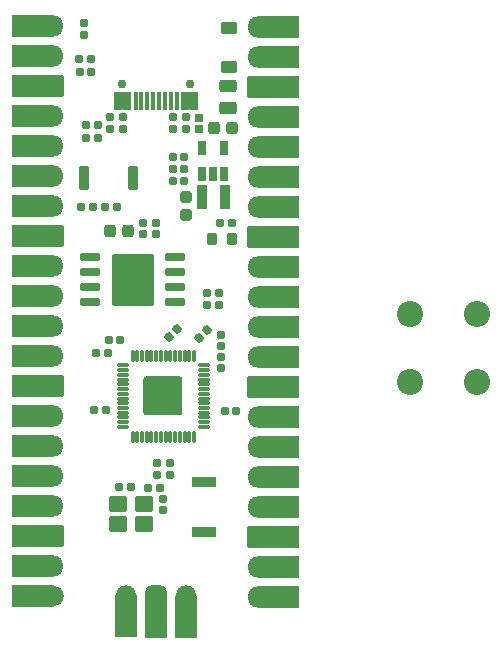
<source format=gbr>
%TF.GenerationSoftware,KiCad,Pcbnew,(6.0.7-1)-1*%
%TF.CreationDate,2022-09-30T15:54:31+08:00*%
%TF.ProjectId,PicoBoot,5069636f-426f-46f7-942e-6b696361645f,REV1*%
%TF.SameCoordinates,Original*%
%TF.FileFunction,Soldermask,Top*%
%TF.FilePolarity,Negative*%
%FSLAX46Y46*%
G04 Gerber Fmt 4.6, Leading zero omitted, Abs format (unit mm)*
G04 Created by KiCad (PCBNEW (6.0.7-1)-1) date 2022-09-30 15:54:31*
%MOMM*%
%LPD*%
G01*
G04 APERTURE LIST*
G04 Aperture macros list*
%AMRoundRect*
0 Rectangle with rounded corners*
0 $1 Rounding radius*
0 $2 $3 $4 $5 $6 $7 $8 $9 X,Y pos of 4 corners*
0 Add a 4 corners polygon primitive as box body*
4,1,4,$2,$3,$4,$5,$6,$7,$8,$9,$2,$3,0*
0 Add four circle primitives for the rounded corners*
1,1,$1+$1,$2,$3*
1,1,$1+$1,$4,$5*
1,1,$1+$1,$6,$7*
1,1,$1+$1,$8,$9*
0 Add four rect primitives between the rounded corners*
20,1,$1+$1,$2,$3,$4,$5,0*
20,1,$1+$1,$4,$5,$6,$7,0*
20,1,$1+$1,$6,$7,$8,$9,0*
20,1,$1+$1,$8,$9,$2,$3,0*%
G04 Aperture macros list end*
%ADD10O,1.802000X1.802000*%
%ADD11RoundRect,0.476000X0.425000X-0.425000X0.425000X0.425000X-0.425000X0.425000X-0.425000X-0.425000X0*%
%ADD12RoundRect,0.269750X0.218750X0.256250X-0.218750X0.256250X-0.218750X-0.256250X0.218750X-0.256250X0*%
%ADD13RoundRect,0.191000X-0.170000X0.140000X-0.170000X-0.140000X0.170000X-0.140000X0.170000X0.140000X0*%
%ADD14RoundRect,0.191000X0.021213X-0.219203X0.219203X-0.021213X-0.021213X0.219203X-0.219203X0.021213X0*%
%ADD15RoundRect,0.191000X0.140000X0.170000X-0.140000X0.170000X-0.140000X-0.170000X0.140000X-0.170000X0*%
%ADD16RoundRect,0.186000X0.135000X0.185000X-0.135000X0.185000X-0.135000X-0.185000X0.135000X-0.185000X0*%
%ADD17RoundRect,0.186000X-0.185000X0.135000X-0.185000X-0.135000X0.185000X-0.135000X0.185000X0.135000X0*%
%ADD18RoundRect,0.191000X-0.140000X-0.170000X0.140000X-0.170000X0.140000X0.170000X-0.140000X0.170000X0*%
%ADD19RoundRect,0.186000X0.185000X-0.135000X0.185000X0.135000X-0.185000X0.135000X-0.185000X-0.135000X0*%
%ADD20RoundRect,0.201000X-0.650000X-0.150000X0.650000X-0.150000X0.650000X0.150000X-0.650000X0.150000X0*%
%ADD21RoundRect,0.191000X0.170000X-0.140000X0.170000X0.140000X-0.170000X0.140000X-0.170000X-0.140000X0*%
%ADD22RoundRect,0.251000X-0.200000X-0.800000X0.200000X-0.800000X0.200000X0.800000X-0.200000X0.800000X0*%
%ADD23RoundRect,0.251000X-0.200000X-0.275000X0.200000X-0.275000X0.200000X0.275000X-0.200000X0.275000X0*%
%ADD24RoundRect,0.051000X0.600000X-0.450000X0.600000X0.450000X-0.600000X0.450000X-0.600000X-0.450000X0*%
%ADD25RoundRect,0.198500X-0.147500X-0.172500X0.147500X-0.172500X0.147500X0.172500X-0.147500X0.172500X0*%
%ADD26RoundRect,0.051000X0.325000X-0.530000X0.325000X0.530000X-0.325000X0.530000X-0.325000X-0.530000X0*%
%ADD27RoundRect,0.051000X-0.700000X-0.600000X0.700000X-0.600000X0.700000X0.600000X-0.700000X0.600000X0*%
%ADD28RoundRect,0.186000X-0.135000X-0.185000X0.135000X-0.185000X0.135000X0.185000X-0.135000X0.185000X0*%
%ADD29RoundRect,0.251000X0.800000X-0.200000X0.800000X0.200000X-0.800000X0.200000X-0.800000X-0.200000X0*%
%ADD30C,0.752000*%
%ADD31RoundRect,0.051000X0.300000X0.725000X-0.300000X0.725000X-0.300000X-0.725000X0.300000X-0.725000X0*%
%ADD32RoundRect,0.051000X0.150000X0.725000X-0.150000X0.725000X-0.150000X-0.725000X0.150000X-0.725000X0*%
%ADD33RoundRect,0.101000X-0.387500X-0.050000X0.387500X-0.050000X0.387500X0.050000X-0.387500X0.050000X0*%
%ADD34RoundRect,0.101000X-0.050000X-0.387500X0.050000X-0.387500X0.050000X0.387500X-0.050000X0.387500X0*%
%ADD35RoundRect,0.195000X-1.456000X-1.456000X1.456000X-1.456000X1.456000X1.456000X-1.456000X1.456000X0*%
%ADD36RoundRect,0.294750X0.456250X-0.243750X0.456250X0.243750X-0.456250X0.243750X-0.456250X-0.243750X0*%
%ADD37C,2.202000*%
%ADD38RoundRect,0.051000X0.850000X-1.750000X0.850000X1.750000X-0.850000X1.750000X-0.850000X-1.750000X0*%
%ADD39RoundRect,0.269750X-0.256250X0.218750X-0.256250X-0.218750X0.256250X-0.218750X0.256250X0.218750X0*%
%ADD40RoundRect,0.198500X0.147500X0.172500X-0.147500X0.172500X-0.147500X-0.172500X0.147500X-0.172500X0*%
%ADD41RoundRect,0.051000X0.400000X1.000000X-0.400000X1.000000X-0.400000X-1.000000X0.400000X-1.000000X0*%
%ADD42RoundRect,0.051000X-0.470000X-0.220000X0.470000X-0.220000X0.470000X0.220000X-0.470000X0.220000X0*%
%ADD43RoundRect,0.051000X-1.700000X-2.150000X1.700000X-2.150000X1.700000X2.150000X-1.700000X2.150000X0*%
%ADD44RoundRect,0.198500X-0.172500X0.147500X-0.172500X-0.147500X0.172500X-0.147500X0.172500X0.147500X0*%
%ADD45RoundRect,0.276000X0.225000X0.250000X-0.225000X0.250000X-0.225000X-0.250000X0.225000X-0.250000X0*%
%ADD46RoundRect,0.051000X1.750000X0.850000X-1.750000X0.850000X-1.750000X-0.850000X1.750000X-0.850000X0*%
%ADD47RoundRect,0.051000X0.850000X0.850000X-0.850000X0.850000X-0.850000X-0.850000X0.850000X-0.850000X0*%
%ADD48C,1.802000*%
%ADD49RoundRect,0.051000X-1.750000X-0.850000X1.750000X-0.850000X1.750000X0.850000X-1.750000X0.850000X0*%
%ADD50RoundRect,0.051000X-0.850000X-0.850000X0.850000X-0.850000X0.850000X0.850000X-0.850000X0.850000X0*%
G04 APERTURE END LIST*
D10*
%TO.C,J5*%
X101100000Y-106900000D03*
D11*
X103640000Y-106900000D03*
D10*
X106180000Y-106900000D03*
%TD*%
D12*
%TO.C,C1*%
X110087500Y-67200000D03*
X108512500Y-67200000D03*
%TD*%
D13*
%TO.C,C6*%
X104850000Y-95612164D03*
X104850000Y-96572164D03*
%TD*%
D14*
%TO.C,C7*%
X104710589Y-84889411D03*
X105389411Y-84210589D03*
%TD*%
D15*
%TO.C,C11*%
X99530000Y-86300000D03*
X98570000Y-86300000D03*
%TD*%
D16*
%TO.C,R1*%
X98310000Y-73900000D03*
X97290000Y-73900000D03*
%TD*%
D17*
%TO.C,R4*%
X109000000Y-81240000D03*
X109000000Y-82260000D03*
%TD*%
D18*
%TO.C,C13*%
X109445000Y-91212500D03*
X110405000Y-91212500D03*
%TD*%
D13*
%TO.C,C14*%
X103725000Y-95612164D03*
X103725000Y-96572164D03*
%TD*%
D14*
%TO.C,C3*%
X107260589Y-84989411D03*
X107939411Y-84310589D03*
%TD*%
D17*
%TO.C,R3*%
X107950000Y-81240000D03*
X107950000Y-82260000D03*
%TD*%
D16*
%TO.C,GPIO25_RESISTOR1*%
X98710000Y-68050000D03*
X97690000Y-68050000D03*
%TD*%
D19*
%TO.C,R5*%
X105100000Y-67360000D03*
X105100000Y-66340000D03*
%TD*%
%TO.C,R6*%
X97525000Y-59335000D03*
X97525000Y-58315000D03*
%TD*%
D20*
%TO.C,FLASH*%
X98050000Y-78195000D03*
X98050000Y-79465000D03*
X98050000Y-80735000D03*
X98050000Y-82005000D03*
X105250000Y-82005000D03*
X105250000Y-80735000D03*
X105250000Y-79465000D03*
X105250000Y-78195000D03*
%TD*%
D21*
%TO.C,C8*%
X103625000Y-76230000D03*
X103625000Y-75270000D03*
%TD*%
%TO.C,C5*%
X102550000Y-76230000D03*
X102550000Y-75270000D03*
%TD*%
D22*
%TO.C,J2*%
X97500000Y-71500000D03*
X101700000Y-71500000D03*
%TD*%
D16*
%TO.C,R2*%
X100310000Y-73900000D03*
X99290000Y-73900000D03*
%TD*%
D23*
%TO.C,R9*%
X108395000Y-76620000D03*
X110045000Y-76620000D03*
%TD*%
D16*
%TO.C,R10*%
X110060000Y-75300000D03*
X109040000Y-75300000D03*
%TD*%
D24*
%TO.C,D1*%
X109850000Y-62050000D03*
X109850000Y-58750000D03*
%TD*%
D18*
%TO.C,C4*%
X105070000Y-69690000D03*
X106030000Y-69690000D03*
%TD*%
D21*
%TO.C,C10*%
X109100000Y-85680000D03*
X109100000Y-84720000D03*
%TD*%
D19*
%TO.C,R7*%
X106172000Y-67360000D03*
X106172000Y-66340000D03*
%TD*%
D13*
%TO.C,C16*%
X109100000Y-86620000D03*
X109100000Y-87580000D03*
%TD*%
D15*
%TO.C,C18*%
X99380000Y-91087500D03*
X98420000Y-91087500D03*
%TD*%
D18*
%TO.C,C2*%
X100520000Y-97617164D03*
X101480000Y-97617164D03*
%TD*%
D21*
%TO.C,C19*%
X104200000Y-99597164D03*
X104200000Y-98637164D03*
%TD*%
D25*
%TO.C,GPIO25_LED1*%
X97720000Y-67000000D03*
X98690000Y-67000000D03*
%TD*%
D18*
%TO.C,C15*%
X99620000Y-85200000D03*
X100580000Y-85200000D03*
%TD*%
D26*
%TO.C,U1*%
X107500000Y-71100000D03*
X108450000Y-71100000D03*
X109400000Y-71100000D03*
X109400000Y-68900000D03*
X107500000Y-68900000D03*
%TD*%
D27*
%TO.C,Y1*%
X100400000Y-100727164D03*
X102600000Y-100727164D03*
X102600000Y-99027164D03*
X100400000Y-99027164D03*
%TD*%
D28*
%TO.C,R11*%
X102930000Y-97687164D03*
X103950000Y-97687164D03*
%TD*%
D29*
%TO.C,RSW1*%
X107700000Y-101400000D03*
X107700000Y-97200000D03*
%TD*%
D30*
%TO.C,USB1*%
X106540000Y-63475000D03*
X100760000Y-63475000D03*
D31*
X106875000Y-64920000D03*
X106100000Y-64920000D03*
D32*
X105400000Y-64920000D03*
X104900000Y-64920000D03*
X104400000Y-64920000D03*
X103900000Y-64920000D03*
X103400000Y-64920000D03*
X102900000Y-64920000D03*
X102400000Y-64920000D03*
X101900000Y-64920000D03*
D31*
X101200000Y-64920000D03*
X100425000Y-64920000D03*
%TD*%
D33*
%TO.C,U3*%
X100812500Y-87337500D03*
X100812500Y-87737500D03*
X100812500Y-88137500D03*
X100812500Y-88537500D03*
X100812500Y-88937500D03*
X100812500Y-89337500D03*
X100812500Y-89737500D03*
X100812500Y-90137500D03*
X100812500Y-90537500D03*
X100812500Y-90937500D03*
X100812500Y-91337500D03*
X100812500Y-91737500D03*
X100812500Y-92137500D03*
X100812500Y-92537500D03*
D34*
X101650000Y-93375000D03*
X102050000Y-93375000D03*
X102450000Y-93375000D03*
X102850000Y-93375000D03*
X103250000Y-93375000D03*
X103650000Y-93375000D03*
X104050000Y-93375000D03*
X104450000Y-93375000D03*
X104850000Y-93375000D03*
X105250000Y-93375000D03*
X105650000Y-93375000D03*
X106050000Y-93375000D03*
X106450000Y-93375000D03*
X106850000Y-93375000D03*
D33*
X107687500Y-92537500D03*
X107687500Y-92137500D03*
X107687500Y-91737500D03*
X107687500Y-91337500D03*
X107687500Y-90937500D03*
X107687500Y-90537500D03*
X107687500Y-90137500D03*
X107687500Y-89737500D03*
X107687500Y-89337500D03*
X107687500Y-88937500D03*
X107687500Y-88537500D03*
X107687500Y-88137500D03*
X107687500Y-87737500D03*
X107687500Y-87337500D03*
D34*
X106850000Y-86500000D03*
X106450000Y-86500000D03*
X106050000Y-86500000D03*
X105650000Y-86500000D03*
X105250000Y-86500000D03*
X104850000Y-86500000D03*
X104450000Y-86500000D03*
X104050000Y-86500000D03*
X103650000Y-86500000D03*
X103250000Y-86500000D03*
X102850000Y-86500000D03*
X102450000Y-86500000D03*
X102050000Y-86500000D03*
X101650000Y-86500000D03*
D35*
X104250000Y-89937500D03*
%TD*%
D36*
%TO.C,F1*%
X109700000Y-65537500D03*
X109700000Y-63662500D03*
%TD*%
D37*
%TO.C,H4\u002CH3\u002CH1\u002CH2*%
X130850000Y-88725000D03*
%TD*%
D17*
%TO.C,R101*%
X100800000Y-66330000D03*
X100800000Y-67350000D03*
%TD*%
D37*
%TO.C,H3*%
X130850000Y-82975000D03*
%TD*%
D38*
%TO.C,*%
X101100000Y-108550000D03*
%TD*%
D39*
%TO.C,C9*%
X106200000Y-73062500D03*
X106200000Y-74637500D03*
%TD*%
D40*
%TO.C,C12*%
X106045000Y-71740000D03*
X105075000Y-71740000D03*
%TD*%
D38*
%TO.C,*%
X103650000Y-108650000D03*
%TD*%
D41*
%TO.C,L1*%
X109500000Y-73100000D03*
X107500000Y-73100000D03*
%TD*%
D18*
%TO.C,C101*%
X97170000Y-62500000D03*
X98130000Y-62500000D03*
%TD*%
D19*
%TO.C,R103*%
X99750000Y-67350000D03*
X99750000Y-66330000D03*
%TD*%
D40*
%TO.C,R8*%
X106035000Y-70740000D03*
X105065000Y-70740000D03*
%TD*%
D38*
%TO.C,*%
X106200000Y-108625000D03*
%TD*%
D37*
%TO.C,H1*%
X125100000Y-82975000D03*
%TD*%
D42*
%TO.C,REF\u002A\u002A*%
X97755000Y-78195000D03*
X97755000Y-79465000D03*
X97755000Y-80735000D03*
X97755000Y-82005000D03*
X105545000Y-82005000D03*
X105545000Y-80735000D03*
X105545000Y-79465000D03*
X105545000Y-78195000D03*
D43*
X101650000Y-80100000D03*
%TD*%
D16*
%TO.C,R102*%
X98160000Y-61400000D03*
X97140000Y-61400000D03*
%TD*%
D37*
%TO.C,H2*%
X125100000Y-88725000D03*
%TD*%
D44*
%TO.C,R12*%
X107240000Y-66385000D03*
X107240000Y-67355000D03*
%TD*%
D45*
%TO.C,C17*%
X101250000Y-75950000D03*
X99700000Y-75950000D03*
%TD*%
D46*
%TO.C,J4*%
X113970000Y-58700000D03*
D10*
X112270000Y-58700000D03*
D46*
X113970000Y-61240000D03*
D10*
X112270000Y-61240000D03*
D47*
X112270000Y-63780000D03*
D46*
X113970000Y-63780000D03*
X113970000Y-66320000D03*
D10*
X112270000Y-66320000D03*
X112270000Y-68860000D03*
D46*
X113970000Y-68860000D03*
D10*
X112270000Y-71400000D03*
D46*
X113970000Y-71400000D03*
D10*
X112270000Y-73940000D03*
D46*
X113970000Y-73940000D03*
D47*
X112270000Y-76480000D03*
D46*
X113970000Y-76480000D03*
X113970000Y-79020000D03*
D10*
X112270000Y-79020000D03*
X112270000Y-81560000D03*
D46*
X113970000Y-81560000D03*
D10*
X112270000Y-84100000D03*
D46*
X113970000Y-84100000D03*
X113970000Y-86640000D03*
D10*
X112270000Y-86640000D03*
D47*
X112270000Y-89180000D03*
D46*
X113970000Y-89180000D03*
D10*
X112270000Y-91720000D03*
D46*
X113970000Y-91720000D03*
D10*
X112270000Y-94260000D03*
D46*
X113970000Y-94260000D03*
D10*
X112270000Y-96800000D03*
D46*
X113970000Y-96800000D03*
X113970000Y-99340000D03*
D10*
X112270000Y-99340000D03*
D47*
X112270000Y-101880000D03*
D46*
X113970000Y-101880000D03*
X113970000Y-104420000D03*
D10*
X112270000Y-104420000D03*
D46*
X113970000Y-106960000D03*
D10*
X112270000Y-106960000D03*
%TD*%
D48*
%TO.C,J3*%
X94950000Y-106900000D03*
D49*
X93250000Y-106900000D03*
D10*
X94950000Y-104360000D03*
D49*
X93250000Y-104360000D03*
X93250000Y-101820000D03*
D50*
X94950000Y-101820000D03*
D10*
X94950000Y-99280000D03*
D49*
X93250000Y-99280000D03*
D10*
X94950000Y-96740000D03*
D49*
X93250000Y-96740000D03*
D10*
X94950000Y-94200000D03*
D49*
X93250000Y-94200000D03*
D10*
X94950000Y-91660000D03*
D49*
X93240000Y-91660000D03*
X93250000Y-89120000D03*
D50*
X94950000Y-89120000D03*
D10*
X94950000Y-86580000D03*
D49*
X93250000Y-86580000D03*
D10*
X94950000Y-84040000D03*
D49*
X93250000Y-84040000D03*
X93250000Y-81500000D03*
D10*
X94950000Y-81500000D03*
X94950000Y-78960000D03*
D49*
X93260000Y-78960000D03*
X93250000Y-76420000D03*
D50*
X94950000Y-76420000D03*
D49*
X93250000Y-73880000D03*
D10*
X94950000Y-73880000D03*
D49*
X93250000Y-71340000D03*
D10*
X94950000Y-71340000D03*
X94950000Y-68800000D03*
D49*
X93250000Y-68800000D03*
D10*
X94950000Y-66260000D03*
D49*
X93250000Y-66250000D03*
D50*
X94950000Y-63720000D03*
D49*
X93250000Y-63720000D03*
D10*
X94950000Y-61180000D03*
D49*
X93250000Y-61170000D03*
X93250000Y-58640000D03*
D10*
X94950000Y-58640000D03*
%TD*%
G36*
X100854235Y-64176815D02*
G01*
X100854403Y-64178090D01*
X100851000Y-64195199D01*
X100851000Y-65644801D01*
X100854403Y-65661910D01*
X100853760Y-65663804D01*
X100851798Y-65664194D01*
X100850778Y-65663411D01*
X100848474Y-65659963D01*
X100820857Y-65641510D01*
X100788484Y-65647949D01*
X100776638Y-65659795D01*
X100774222Y-65663411D01*
X100772428Y-65664296D01*
X100770765Y-65663185D01*
X100770597Y-65661910D01*
X100774000Y-65644801D01*
X100774000Y-64195199D01*
X100770597Y-64178090D01*
X100771240Y-64176196D01*
X100773202Y-64175806D01*
X100774222Y-64176589D01*
X100776526Y-64180037D01*
X100804143Y-64198490D01*
X100836516Y-64192051D01*
X100848362Y-64180205D01*
X100850778Y-64176589D01*
X100852572Y-64175704D01*
X100854235Y-64176815D01*
G37*
G36*
X106529235Y-64176815D02*
G01*
X106529403Y-64178090D01*
X106526000Y-64195199D01*
X106526000Y-65644801D01*
X106529403Y-65661910D01*
X106528760Y-65663804D01*
X106526798Y-65664194D01*
X106525778Y-65663411D01*
X106523474Y-65659963D01*
X106495857Y-65641510D01*
X106463484Y-65647949D01*
X106451638Y-65659795D01*
X106449222Y-65663411D01*
X106447428Y-65664296D01*
X106445765Y-65663185D01*
X106445597Y-65661910D01*
X106449000Y-65644801D01*
X106449000Y-64195199D01*
X106445597Y-64178090D01*
X106446240Y-64176196D01*
X106448202Y-64175806D01*
X106449222Y-64176589D01*
X106451526Y-64180037D01*
X106479143Y-64198490D01*
X106511516Y-64192051D01*
X106523362Y-64180205D01*
X106525778Y-64176589D01*
X106527572Y-64175704D01*
X106529235Y-64176815D01*
G37*
M02*

</source>
